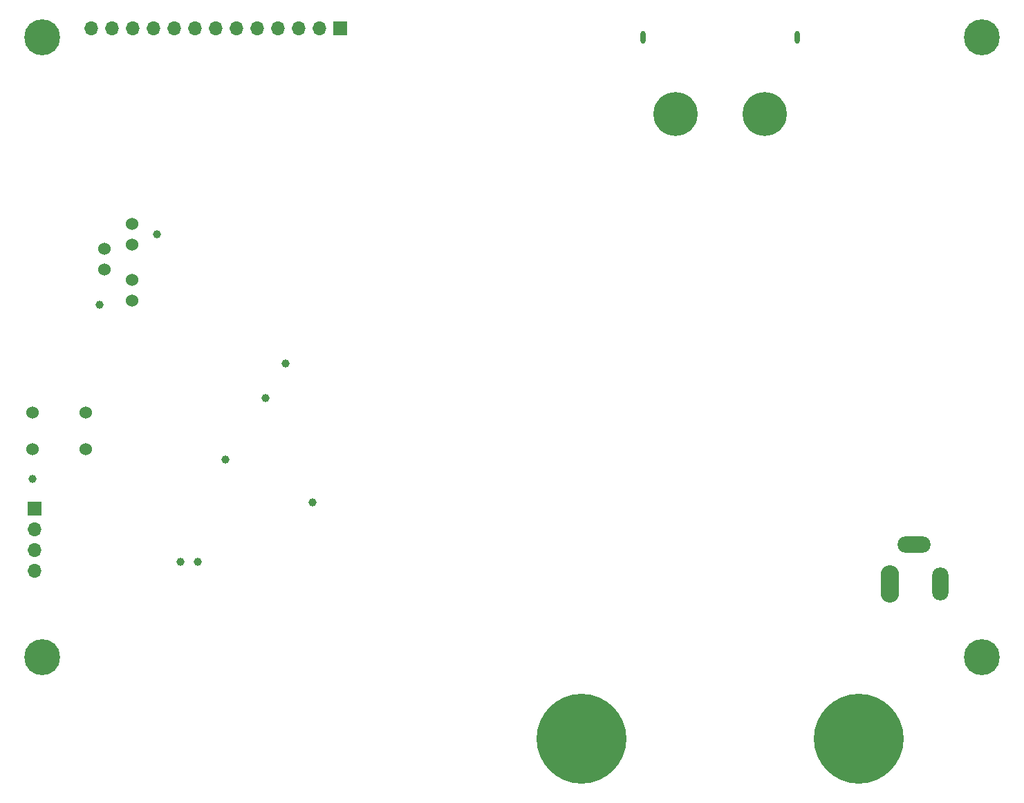
<source format=gbr>
%TF.GenerationSoftware,KiCad,Pcbnew,(5.1.7)-1*%
%TF.CreationDate,2021-03-06T18:12:56-08:00*%
%TF.ProjectId,eskate_bms,65736b61-7465-45f6-926d-732e6b696361,rev?*%
%TF.SameCoordinates,Original*%
%TF.FileFunction,Soldermask,Bot*%
%TF.FilePolarity,Negative*%
%FSLAX46Y46*%
G04 Gerber Fmt 4.6, Leading zero omitted, Abs format (unit mm)*
G04 Created by KiCad (PCBNEW (5.1.7)-1) date 2021-03-06 18:12:56*
%MOMM*%
%LPD*%
G01*
G04 APERTURE LIST*
%ADD10C,0.900000*%
%ADD11C,11.000000*%
%ADD12C,0.700000*%
%ADD13C,4.400000*%
%ADD14O,0.600000X1.600000*%
%ADD15C,5.400000*%
%ADD16O,2.280000X4.560000*%
%ADD17O,4.050000X2.025000*%
%ADD18O,2.025000X4.050000*%
%ADD19O,1.700000X1.700000*%
%ADD20R,1.700000X1.700000*%
%ADD21C,1.524000*%
%ADD22C,1.000000*%
G04 APERTURE END LIST*
D10*
%TO.C,H1*%
X224926815Y-101073185D03*
X222000000Y-99875000D03*
X219073185Y-101073185D03*
X217875000Y-104000000D03*
X219073185Y-106926815D03*
X222000000Y-108125000D03*
X224926815Y-106926815D03*
X226125000Y-104000000D03*
D11*
X222000000Y-104000000D03*
%TD*%
D10*
%TO.C,H2*%
X190926815Y-101073185D03*
X188000000Y-99875000D03*
X185073185Y-101073185D03*
X183875000Y-104000000D03*
X185073185Y-106926815D03*
X188000000Y-108125000D03*
X190926815Y-106926815D03*
X192125000Y-104000000D03*
D11*
X188000000Y-104000000D03*
%TD*%
D12*
%TO.C,H6*%
X238166726Y-92833274D03*
X237000000Y-92350000D03*
X235833274Y-92833274D03*
X235350000Y-94000000D03*
X235833274Y-95166726D03*
X237000000Y-95650000D03*
X238166726Y-95166726D03*
X238650000Y-94000000D03*
D13*
X237000000Y-94000000D03*
%TD*%
D12*
%TO.C,H5*%
X238166726Y-16833274D03*
X237000000Y-16350000D03*
X235833274Y-16833274D03*
X235350000Y-18000000D03*
X235833274Y-19166726D03*
X237000000Y-19650000D03*
X238166726Y-19166726D03*
X238650000Y-18000000D03*
D13*
X237000000Y-18000000D03*
%TD*%
D12*
%TO.C,H3*%
X123166726Y-92833274D03*
X122000000Y-92350000D03*
X120833274Y-92833274D03*
X120350000Y-94000000D03*
X120833274Y-95166726D03*
X122000000Y-95650000D03*
X123166726Y-95166726D03*
X123650000Y-94000000D03*
D13*
X122000000Y-94000000D03*
%TD*%
D12*
%TO.C,H4*%
X123166726Y-16833274D03*
X122000000Y-16350000D03*
X120833274Y-16833274D03*
X120350000Y-18000000D03*
X120833274Y-19166726D03*
X122000000Y-19650000D03*
X123166726Y-19166726D03*
X123650000Y-18000000D03*
D13*
X122000000Y-18000000D03*
%TD*%
D14*
%TO.C,J1*%
X195550000Y-18000000D03*
X214450000Y-18000000D03*
D15*
X199550000Y-27400000D03*
X210450000Y-27400000D03*
%TD*%
D16*
%TO.C,J3*%
X225750000Y-85000000D03*
D17*
X228750000Y-80200000D03*
D18*
X232000000Y-85000000D03*
%TD*%
D19*
%TO.C,J5*%
X128020000Y-16900000D03*
X130560000Y-16900000D03*
X133100000Y-16900000D03*
X135640000Y-16900000D03*
X138180000Y-16900000D03*
X140720000Y-16900000D03*
X143260000Y-16900000D03*
X145800000Y-16900000D03*
X148340000Y-16900000D03*
X150880000Y-16900000D03*
X153420000Y-16900000D03*
X155960000Y-16900000D03*
D20*
X158500000Y-16900000D03*
%TD*%
D19*
%TO.C,J8*%
X121040000Y-83390000D03*
X121040000Y-80850000D03*
X121040000Y-78310000D03*
D20*
X121040000Y-75770000D03*
%TD*%
D21*
%TO.C,SW1*%
X120810000Y-64030000D03*
X127310000Y-64030000D03*
X120810000Y-68530000D03*
X127310000Y-68530000D03*
%TD*%
%TO.C,TH1*%
X133000000Y-47730000D03*
X133000000Y-50270000D03*
%TD*%
%TO.C,TH2*%
X129600000Y-43930000D03*
X129600000Y-46470000D03*
%TD*%
%TO.C,TH3*%
X133000000Y-43470000D03*
X133000000Y-40930000D03*
%TD*%
D22*
%TO.C,TP1*%
X149360000Y-62220000D03*
%TD*%
%TO.C,TP2*%
X151770000Y-58030000D03*
%TD*%
%TO.C,TP8*%
X155060000Y-75050000D03*
%TD*%
%TO.C,TP17*%
X141000000Y-82320000D03*
%TD*%
%TO.C,TP18*%
X138900000Y-82330000D03*
%TD*%
%TO.C,TP22*%
X144420000Y-69730000D03*
%TD*%
%TO.C,TP23*%
X136010000Y-42200000D03*
%TD*%
%TO.C,TP31*%
X129040000Y-50820000D03*
%TD*%
%TO.C,TP32*%
X120800000Y-72110000D03*
%TD*%
M02*

</source>
